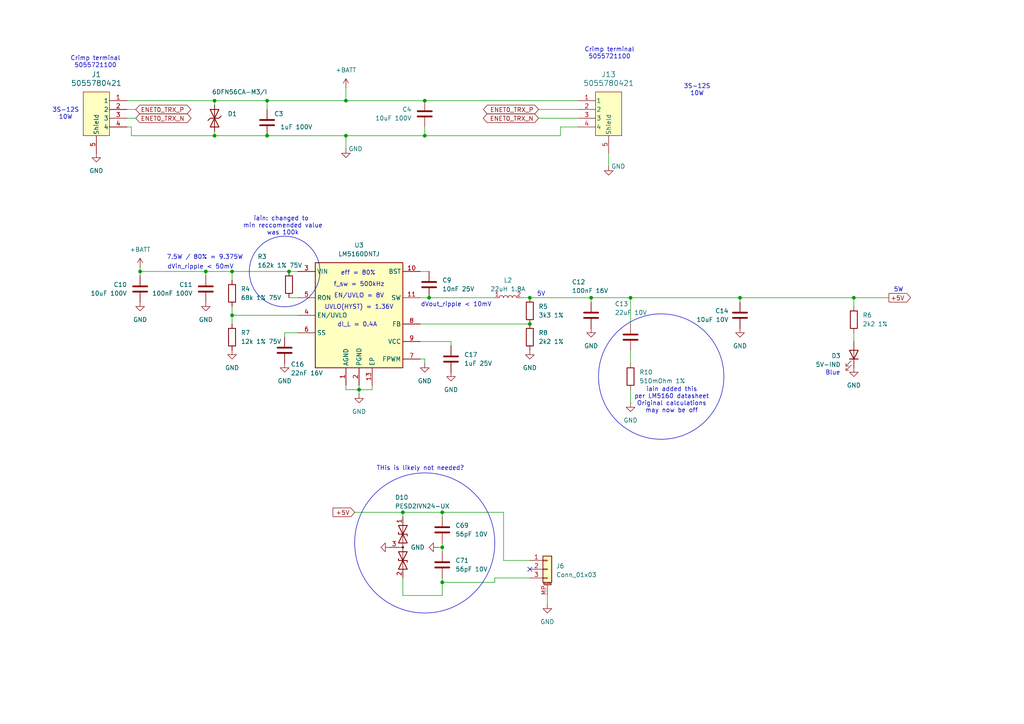
<source format=kicad_sch>
(kicad_sch (version 20250114) (generator "eeschema") (generator_version "9.0")
  (paper "A4")
  (title_block (title "MR-T1-PAE Injector") (date "2025-08-28") (rev "X0") (company "NXP SEMICONDUCTORS B.V.") (comment 1 "Power Adjacent Ethernet Injector") (comment 3 "DESIGNER: Iain Galloway, Ref:Youri Tils") (comment 4 "CTO SYSTEM INNOVATIONS / MOBILE ROBOTICS DOMAIN"))
  (lib_symbols
    (symbol "Connector_Generic_MountingPin:Conn_01x03_MountingPin" (pin_names (offset 1.016) (hide yes))
      (property "Reference" "J" (at 0 5.08 0))
      (property "Value" "Conn_01x03_MountingPin" (at 1.27 -5.08 0))
      (symbol "Conn_01x03_MountingPin_1_1"
        (rectangle (start -1.27 3.81) (end 1.27 -3.81) (stroke (width 0.254)) (fill (type background)))
        (rectangle (start -1.27 2.667) (end 0 2.413) (stroke (width 0.1524)))
        (rectangle (start -1.27 0.127) (end 0 -0.127) (stroke (width 0.1524)))
        (rectangle (start -1.27 -2.413) (end 0 -2.667) (stroke (width 0.1524)))
        (polyline (pts (xy -1.016 -4.572) (xy 1.016 -4.572)) (stroke (width 0.1524)))
        (text "Mounting" (at 0 -4.191 0) (effects (font (size 0.381 0.381))))
        (pin passive line (at -5.08 2.54 0) (length 3.81) (name "Pin_1") (number "1"))
        (pin passive line (at -5.08 0 0) (length 3.81) (name "Pin_2") (number "2"))
        (pin passive line (at -5.08 -2.54 0) (length 3.81) (name "Pin_3") (number "3"))
        (pin passive line (at 0 -7.62 90) (length 3.048) (name "MountPin") (number "MP"))
      )
    )
    (symbol "Connectors:5055780421" (pin_names (offset 0.254))
      (property "Reference" "J" (at 2.286 6.35 0))
      (property "Value" "5055780421" (at 8.89 4.064 0))
      (symbol "5055780421_1_1"
        (rectangle (start 5.08 2.54) (end 12.7 -10.16) (fill (type background)))
        (pin passive line (at 0 0 0) (length 5.08) (name "1") (number "1"))
        (pin passive line (at 0 -2.54 0) (length 5.08) (name "2") (number "2"))
        (pin passive line (at 0 -5.08 0) (length 5.08) (name "3") (number "3"))
        (pin passive line (at 0 -7.62 0) (length 5.08) (name "4") (number "4"))
        (pin passive line (at 8.89 -15.24 90) (length 5.08) (name "Shield") (number "5"))
        (pin passive line (at 8.89 -15.24 90) (length 5.08) (hide yes) (name "Shield") (number "6"))
      )
      (symbol "5055780421_1_2"
        (polyline (pts (xy 5.08 2.54) (xy 5.08 -10.16)) (stroke (width 0.127)))
        (polyline (pts (xy 5.08 -10.16) (xy 12.7 -10.16)) (stroke (width 0.127)))
        (polyline (pts (xy 7.62 0) (xy 5.08 0)) (stroke (width 0.127)))
        (polyline (pts (xy 7.62 0) (xy 8.89 0.8467)) (stroke (width 0.127)))
        (polyline (pts (xy 7.62 0) (xy 8.89 -0.8467)) (stroke (width 0.127)))
        (polyline (pts (xy 7.62 -2.54) (xy 5.08 -2.54)) (stroke (width 0.127)))
        (polyline (pts (xy 7.62 -2.54) (xy 8.89 -1.6933)) (stroke (width 0.127)))
        (polyline (pts (xy 7.62 -2.54) (xy 8.89 -3.3867)) (stroke (width 0.127)))
        (polyline (pts (xy 7.62 -5.08) (xy 5.08 -5.08)) (stroke (width 0.127)))
        (polyline (pts (xy 7.62 -5.08) (xy 8.89 -4.2333)) (stroke (width 0.127)))
        (polyline (pts (xy 7.62 -5.08) (xy 8.89 -5.9267)) (stroke (width 0.127)))
        (polyline (pts (xy 7.62 -7.62) (xy 5.08 -7.62)) (stroke (width 0.127)))
        (polyline (pts (xy 7.62 -7.62) (xy 8.89 -6.7733)) (stroke (width 0.127)))
        (polyline (pts (xy 7.62 -7.62) (xy 8.89 -8.4667)) (stroke (width 0.127)))
        (polyline (pts (xy 12.7 2.54) (xy 5.08 2.54)) (stroke (width 0.127)))
        (polyline (pts (xy 12.7 -10.16) (xy 12.7 2.54)) (stroke (width 0.127)))
        (pin unspecified line (at 0 0 0) (length 5.08) (name "1") (number "1"))
        (pin unspecified line (at 0 -2.54 0) (length 5.08) (name "2") (number "2"))
        (pin unspecified line (at 0 -5.08 0) (length 5.08) (name "3") (number "3"))
        (pin unspecified line (at 0 -7.62 0) (length 5.08) (name "4") (number "4"))
      )
    )
    (symbol "Device:C" (pin_numbers (hide yes)) (pin_names (offset 0.254))
      (property "Reference" "C" (at 0.635 2.54 0))
      (property "Value" "C" (at 0.635 -2.54 0))
      (symbol "C_0_1"
        (polyline (pts (xy -2.032 0.762) (xy 2.032 0.762)) (stroke (width 0.508)))
        (polyline (pts (xy -2.032 -0.762) (xy 2.032 -0.762)) (stroke (width 0.508)))
      )
      (symbol "C_1_1"
        (pin passive line (at 0 3.81 270) (length 2.794) (name "~") (number "1"))
        (pin passive line (at 0 -3.81 90) (length 2.794) (name "~") (number "2"))
      )
    )
    (symbol "Device:LED" (pin_numbers (hide yes)) (pin_names (offset 1.016) (hide yes))
      (property "Reference" "D" (at 0 2.54 0))
      (property "Value" "LED" (at 0 -2.54 0))
      (symbol "LED_0_1"
        (polyline (pts (xy -3.048 -0.762) (xy -4.572 -2.286) (xy -3.81 -2.286) (xy -4.572 -2.286) (xy -4.572 -1.524)))
        (polyline (pts (xy -1.778 -0.762) (xy -3.302 -2.286) (xy -2.54 -2.286) (xy -3.302 -2.286) (xy -3.302 -1.524)))
        (polyline (pts (xy -1.27 0) (xy 1.27 0)))
        (polyline (pts (xy -1.27 -1.27) (xy -1.27 1.27)) (stroke (width 0.254)))
        (polyline (pts (xy 1.27 -1.27) (xy 1.27 1.27) (xy -1.27 0) (xy 1.27 -1.27)) (stroke (width 0.254)))
      )
      (symbol "LED_1_1"
        (pin passive line (at -3.81 0 0) (length 2.54) (name "K") (number "1"))
        (pin passive line (at 3.81 0 180) (length 2.54) (name "A") (number "2"))
      )
    )
    (symbol "Device:R" (pin_numbers (hide yes)) (pin_names (offset 0))
      (property "Reference" "R" (at 2.032 0 90))
      (property "Value" "R" (at 0 0 90))
      (symbol "R_0_1"
        (rectangle (start -1.016 -2.54) (end 1.016 2.54) (stroke (width 0.254)))
      )
      (symbol "R_1_1"
        (pin passive line (at 0 3.81 270) (length 1.27) (name "~") (number "1"))
        (pin passive line (at 0 -3.81 90) (length 1.27) (name "~") (number "2"))
      )
    )
    (symbol "Diodes:PESD2IVN24-UX" (pin_names (hide yes))
      (property "Reference" "D" (at 0.762 6.35 0))
      (property "Value" "PESD2IVN24-UX" (at 0.762 3.81 0))
      (symbol "PESD2IVN24-UX_0_0"
        (polyline (pts (xy 8.89 -1.27) (xy 8.89 0)))
      )
      (symbol "PESD2IVN24-UX_0_1"
        (polyline (pts (xy 2.54 1.27) (xy 7.62 -1.27) (xy 7.62 1.27) (xy 2.54 -1.27) (xy 2.54 1.27)) (stroke (width 0.254)))
        (polyline (pts (xy 2.54 0) (xy 15.24 0)))
        (polyline (pts (xy 5.588 1.27) (xy 5.08 1.27) (xy 5.08 -1.27) (xy 4.572 -1.27)) (stroke (width 0.254)))
        (circle (center 8.89 0) (radius 0.254) (fill (type outline)))
        (polyline (pts (xy 13.208 1.27) (xy 12.7 1.27) (xy 12.7 -1.27) (xy 12.192 -1.27)) (stroke (width 0.254)))
        (polyline (pts (xy 15.24 1.27) (xy 10.16 -1.27) (xy 10.16 1.27) (xy 15.24 -1.27) (xy 15.24 1.27)) (stroke (width 0.254)))
      )
      (symbol "PESD2IVN24-UX_1_1"
        (pin passive line (at 0 0 0) (length 2.54) (name "A1") (number "1"))
        (pin passive line (at 8.89 -3.81 90) (length 2.54) (name "common") (number "3"))
        (pin passive line (at 17.78 0 180) (length 2.54) (name "A2") (number "2"))
      )
    )
    (symbol "Diodes:TVS-Bi,SMAJ43CA" (pin_numbers (hide yes)) (pin_names (offset 0))
      (property "Reference" "D" (at 2.032 0.834 0))
      (property "Value" "6DFN62CA-M3/I" (at 2.032 -1.2122 0))
      (symbol "TVS-Bi,SMAJ43CA_0_1"
        (polyline (pts (xy -1.905 -0.635) (xy -1.27 0) (xy 1.27 0) (xy 1.905 0.635)) (stroke (width 0.254)))
        (polyline (pts (xy -1.27 2.54) (xy 0 0) (xy 1.27 2.54) (xy -1.27 2.54)) (stroke (width 0.254)))
        (polyline (pts (xy 1.27 -2.54) (xy 0 0) (xy -1.27 -2.54) (xy 1.27 -2.54)) (stroke (width 0.254)))
      )
      (symbol "TVS-Bi,SMAJ43CA_1_1"
        (pin passive line (at 0 3.81 270) (length 3.81) (name "~") (number "2"))
        (pin passive line (at 0 -3.81 90) (length 3.81) (name "~") (number "1"))
      )
    )
    (symbol "Inductors:VLS5045EX-330M-H" (pin_names (hide yes))
      (property "Reference" "L" (at 1.27 5.588 0))
      (property "Value" "VLS5045EX-330M-H" (at 1.27 3.048 0))
      (symbol "VLS5045EX-330M-H_0_1"
        (arc (start 0 6.35) (mid 0.6323 5.715) (end 0 5.08))
        (arc (start 0 5.08) (mid 0.6323 4.445) (end 0 3.81))
        (arc (start 0 3.81) (mid 0.6323 3.175) (end 0 2.54))
        (arc (start 0 2.54) (mid 0.6323 1.905) (end 0 1.27))
      )
      (symbol "VLS5045EX-330M-H_1_1"
        (pin passive line (at 0 7.62 270) (length 1.27) (name "1") (number "1"))
        (pin passive line (at 0 0 90) (length 1.27) (name "2") (number "2"))
      )
    )
    (symbol "Power:LM5160DNTJ"
      (property "Reference" "U" (at 5.334 7.62 0))
      (property "Value" "LM5160DNTJ" (at 5.334 5.08 0))
      (symbol "LM5160DNTJ_1_1"
        (rectangle (start 5.08 2.54) (end 30.48 -27.94) (stroke (width 0.254)) (fill (type background)))
        (pin passive line (at 0 0 0) (length 5.08) (name "VIN") (number "3"))
        (pin passive line (at 0 -7.62 0) (length 5.08) (name "RON") (number "5"))
        (pin passive line (at 0 -12.7 0) (length 5.08) (name "EN/UVLO") (number "4"))
        (pin passive line (at 0 -17.78 0) (length 5.08) (name "SS") (number "6"))
        (pin passive line (at 13.97 -33.02 90) (length 5.08) (name "AGND") (number "1"))
        (pin passive line (at 17.78 -33.02 90) (length 5.08) (name "PGND") (number "2"))
        (pin passive line (at 21.59 -33.02 90) (length 5.08) (name "EP") (number "13"))
        (pin passive line (at 35.56 0 180) (length 5.08) (name "BST") (number "10"))
        (pin passive line (at 35.56 -7.62 180) (length 5.08) (name "SW") (number "11"))
        (pin passive line (at 35.56 -7.62 180) (length 5.08) (hide yes) (name "SW") (number "12"))
        (pin passive line (at 35.56 -15.24 180) (length 5.08) (name "FB") (number "8"))
        (pin passive line (at 35.56 -20.32 180) (length 5.08) (name "VCC") (number "9"))
        (pin passive line (at 35.56 -25.4 180) (length 5.08) (name "FPWM") (number "7"))
      )
    )
    (symbol "power:+BATT" (power) (pin_numbers (hide yes)) (pin_names (offset 0) (hide yes))
      (property "Value" "+BATT" (at 0 3.556 0))
      (symbol "+BATT_0_1"
        (polyline (pts (xy -0.762 1.27) (xy 0 2.54)))
        (polyline (pts (xy 0 2.54) (xy 0.762 1.27)))
        (polyline (pts (xy 0 0) (xy 0 2.54)))
      )
      (symbol "+BATT_1_1"
        (pin power_in line (at 0 0 90) (length 0) (name "~") (number "1"))
      )
    )
    (symbol "power:GND" (power) (pin_numbers (hide yes)) (pin_names (offset 0) (hide yes))
      (property "Value" "GND" (at 0 -3.81 0))
      (symbol "GND_0_1"
        (polyline (pts (xy 0 0) (xy 0 -1.27) (xy 1.27 -1.27) (xy 0 -2.54) (xy -1.27 -1.27) (xy 0 -1.27)))
      )
      (symbol "GND_1_1"
        (pin power_in line (at 0 0 270) (length 0) (name "~") (number "1"))
      )
    )
  )
  (circle (center 191.77 109.22) (radius 18.1836))
  (circle (center 82.55 78.74) (radius 10.2391))
  (circle (center 123.19 157.48) (radius 20.32))
  (text "iain added this\nper LM5160 datasheet\nOriginal calculations\nmay now be off" (at 194.818 116.078 0) (effects (font (size 1.27 1.27))))
  (text "Crimp terminal\n5055721100" (at 176.784 15.494 0) (effects (font (size 1.27 1.27))))
  (text "dI_L = 0.4A" (at 103.632 94.234 0) (effects (font (size 1.27 1.27))))
  (text "3S-12S\n10W" (at 202.184 26.162 0) (effects (font (size 1.27 1.27))))
  (text "7.5W / 80% = 9.375W" (at 59.436 74.676 0) (effects (font (size 1.27 1.27))))
  (text "EN/UVLO = 8V" (at 104.14 85.852 0) (effects (font (size 1.27 1.27))))
  (text "iain: changed to \nmin reccomended value\nwas 100k" (at 82.042 65.532 0) (effects (font (size 1.27 1.27))))
  (text "5V" (at 156.972 85.344 0) (effects (font (size 1.27 1.27))))
  (text "5W " (at 261.112 84.074 0) (effects (font (size 1.27 1.27))))
  (text "Blue" (at 241.554 108.204 0) (effects (font (size 1.27 1.27))))
  (text "eff = 80%" (at 103.886 79.248 0) (effects (font (size 1.27 1.27))))
  (text "THis is likely not needed?" (at 121.92 135.89 0) (effects (font (size 1.27 1.27))))
  (text "Crimp terminal\n5055721100" (at 27.686 18.034 0) (effects (font (size 1.27 1.27))))
  (text "dVout_ripple < 10mV" (at 132.334 88.392 0) (effects (font (size 1.27 1.27))))
  (text "UVLO(HYST) = 1.36V" (at 104.14 89.154 0) (effects (font (size 1.27 1.27))))
  (text "3S-12S\n10W" (at 19.05 33.02 0) (effects (font (size 1.27 1.27))))
  (text "dVin_ripple < 50mV" (at 58.166 77.47 0) (effects (font (size 1.27 1.27))))
  (text "f_sw = 500kHz" (at 104.14 82.55 0) (effects (font (size 1.27 1.27))))
  (junction (at 40.64 78.74))
  (junction (at 123.19 39.37))
  (junction (at 153.67 86.36))
  (junction (at 104.14 113.03))
  (junction (at 128.27 148.59))
  (junction (at 67.31 78.74))
  (junction (at 100.33 39.37))
  (junction (at 153.67 93.98))
  (junction (at 128.27 168.91))
  (junction (at 116.84 148.59))
  (junction (at 83.82 78.74))
  (junction (at 182.88 86.36))
  (junction (at 247.65 86.36))
  (junction (at 128.27 158.75))
  (junction (at 62.23 29.21))
  (junction (at 123.19 29.21))
  (junction (at 124.46 86.36))
  (junction (at 214.63 86.36))
  (junction (at 77.47 29.21))
  (junction (at 67.31 91.44))
  (junction (at 100.33 29.21))
  (junction (at 171.45 86.36))
  (junction (at 62.23 39.37))
  (junction (at 77.47 39.37))
  (junction (at 59.69 78.74))
  (no_connect (at 153.67 165.1))
  (wire (pts (xy 121.92 93.98) (xy 153.67 93.98)))
  (wire (pts (xy 171.45 87.63) (xy 171.45 86.36)))
  (wire (pts (xy 143.51 168.91) (xy 128.27 168.91)))
  (wire (pts (xy 130.81 100.33) (xy 130.81 99.06)))
  (wire (pts (xy 100.33 25.4) (xy 100.33 29.21)))
  (wire (pts (xy 123.19 39.37) (xy 162.56 39.37)))
  (wire (pts (xy 182.88 116.84) (xy 182.88 113.03)))
  (wire (pts (xy 104.14 113.03) (xy 107.95 113.03)))
  (wire (pts (xy 214.63 86.36) (xy 247.65 86.36)))
  (wire (pts (xy 128.27 148.59) (xy 116.84 148.59)))
  (wire (pts (xy 128.27 172.72) (xy 128.27 168.91)))
  (wire (pts (xy 128.27 157.48) (xy 128.27 158.75)))
  (wire (pts (xy 158.75 172.72) (xy 158.75 175.26)))
  (wire (pts (xy 124.46 86.36) (xy 143.51 86.36)))
  (wire (pts (xy 40.64 77.47) (xy 40.64 78.74)))
  (wire (pts (xy 100.33 29.21) (xy 123.19 29.21)))
  (wire (pts (xy 77.47 31.75) (xy 77.47 29.21)))
  (wire (pts (xy 104.14 113.03) (xy 104.14 114.3)))
  (wire (pts (xy 128.27 158.75) (xy 128.27 160.02)))
  (wire (pts (xy 62.23 29.21) (xy 62.23 30.48)))
  (wire (pts (xy 83.82 78.74) (xy 86.36 78.74)))
  (wire (pts (xy 153.67 86.36) (xy 171.45 86.36)))
  (wire (pts (xy 100.33 113.03) (xy 104.14 113.03)))
  (wire (pts (xy 130.81 99.06) (xy 121.92 99.06)))
  (wire (pts (xy 83.82 86.36) (xy 86.36 86.36)))
  (wire (pts (xy 107.95 111.76) (xy 107.95 113.03)))
  (wire (pts (xy 214.63 86.36) (xy 214.63 87.63)))
  (wire (pts (xy 62.23 29.21) (xy 77.47 29.21)))
  (wire (pts (xy 182.88 105.41) (xy 182.88 101.6)))
  (wire (pts (xy 102.87 148.59) (xy 116.84 148.59)))
  (wire (pts (xy 121.92 86.36) (xy 124.46 86.36)))
  (wire (pts (xy 67.31 81.28) (xy 67.31 78.74)))
  (wire (pts (xy 38.1 36.83) (xy 36.83 36.83)))
  (wire (pts (xy 62.23 38.1) (xy 62.23 39.37)))
  (wire (pts (xy 123.19 39.37) (xy 123.19 36.83)))
  (wire (pts (xy 123.19 104.14) (xy 121.92 104.14)))
  (wire (pts (xy 116.84 172.72) (xy 128.27 172.72)))
  (wire (pts (xy 182.88 86.36) (xy 214.63 86.36)))
  (wire (pts (xy 67.31 91.44) (xy 67.31 93.98)))
  (wire (pts (xy 127 158.75) (xy 128.27 158.75)))
  (wire (pts (xy 156.21 34.29) (xy 167.64 34.29)))
  (wire (pts (xy 39.37 31.75) (xy 36.83 31.75)))
  (wire (pts (xy 40.64 78.74) (xy 59.69 78.74)))
  (wire (pts (xy 128.27 149.86) (xy 128.27 148.59)))
  (wire (pts (xy 176.53 48.26) (xy 176.53 44.45)))
  (wire (pts (xy 100.33 39.37) (xy 123.19 39.37)))
  (wire (pts (xy 247.65 86.36) (xy 257.81 86.36)))
  (wire (pts (xy 104.14 111.76) (xy 104.14 113.03)))
  (wire (pts (xy 128.27 148.59) (xy 146.05 148.59)))
  (wire (pts (xy 143.51 167.64) (xy 143.51 168.91)))
  (wire (pts (xy 62.23 39.37) (xy 77.47 39.37)))
  (wire (pts (xy 182.88 86.36) (xy 182.88 93.98)))
  (wire (pts (xy 121.92 78.74) (xy 124.46 78.74)))
  (wire (pts (xy 40.64 78.74) (xy 40.64 80.01)))
  (wire (pts (xy 77.47 39.37) (xy 100.33 39.37)))
  (wire (pts (xy 82.55 96.52) (xy 86.36 96.52)))
  (wire (pts (xy 67.31 91.44) (xy 67.31 88.9)))
  (wire (pts (xy 100.33 113.03) (xy 100.33 111.76)))
  (wire (pts (xy 151.13 86.36) (xy 153.67 86.36)))
  (wire (pts (xy 39.37 34.29) (xy 36.83 34.29)))
  (wire (pts (xy 116.84 149.86) (xy 116.84 148.59)))
  (wire (pts (xy 38.1 39.37) (xy 62.23 39.37)))
  (wire (pts (xy 123.19 105.41) (xy 123.19 104.14)))
  (wire (pts (xy 67.31 91.44) (xy 86.36 91.44)))
  (wire (pts (xy 67.31 78.74) (xy 83.82 78.74)))
  (wire (pts (xy 146.05 162.56) (xy 146.05 148.59)))
  (wire (pts (xy 171.45 86.36) (xy 182.88 86.36)))
  (wire (pts (xy 247.65 88.9) (xy 247.65 86.36)))
  (wire (pts (xy 247.65 96.52) (xy 247.65 99.06)))
  (wire (pts (xy 156.21 31.75) (xy 167.64 31.75)))
  (wire (pts (xy 100.33 43.18) (xy 100.33 39.37)))
  (wire (pts (xy 162.56 36.83) (xy 167.64 36.83)))
  (wire (pts (xy 36.83 29.21) (xy 62.23 29.21)))
  (wire (pts (xy 38.1 36.83) (xy 38.1 39.37)))
  (wire (pts (xy 59.69 78.74) (xy 59.69 80.01)))
  (wire (pts (xy 77.47 29.21) (xy 100.33 29.21)))
  (wire (pts (xy 128.27 168.91) (xy 128.27 167.64)))
  (wire (pts (xy 116.84 167.64) (xy 116.84 172.72)))
  (wire (pts (xy 82.55 97.79) (xy 82.55 96.52)))
  (wire (pts (xy 153.67 162.56) (xy 146.05 162.56)))
  (wire (pts (xy 59.69 78.74) (xy 67.31 78.74)))
  (wire (pts (xy 123.19 29.21) (xy 167.64 29.21)))
  (wire (pts (xy 143.51 167.64) (xy 153.67 167.64)))
  (wire (pts (xy 162.56 39.37) (xy 162.56 36.83)))
  (global_label "+5V" (shape input) (at 102.87 148.59 180) (property "Intersheetrefs" "${INTERSHEET_REFS}" (at 96.0143 148.59 0) (effects (justify right))))
  (global_label "ENET0_TRX_P" (shape bidirectional) (at 156.21 31.75 180) (property "Intersheetrefs" "${INTERSHEET_REFS}" (at 139.6556 31.75 0) (effects (justify right))))
  (global_label "ENET0_TRX_N" (shape bidirectional) (at 39.37 34.29 0) (property "Intersheetrefs" "${INTERSHEET_REFS}" (at 55.9849 34.29 0) (effects (justify left))))
  (global_label "ENET0_TRX_P" (shape bidirectional) (at 39.37 31.75 0) (property "Intersheetrefs" "${INTERSHEET_REFS}" (at 55.9244 31.75 0) (effects (justify left))))
  (global_label "+5V" (shape output) (at 257.81 86.36 0) (property "Intersheetrefs" "${INTERSHEET_REFS}" (at 264.6657 86.36 0) (effects (justify left))))
  (global_label "ENET0_TRX_N" (shape bidirectional) (at 156.21 34.29 180) (property "Intersheetrefs" "${INTERSHEET_REFS}" (at 139.5951 34.29 0) (effects (justify right))))
  (symbol (lib_id "power:+BATT") (at 100.33 25.4 0) (unit 1)
    (property "Reference" "#PWR017" (effects (hide yes)))
    (property "Value" "+BATT" (at 100.33 20.32 0))
    (property "Description" "Power symbol creates a global label with name \"+BATT\"" (effects (hide yes)))
  )
  (symbol (lib_id "power:GND") (at 59.69 87.63 0) (unit 1)
    (property "Reference" "#PWR019" (effects (hide yes)))
    (property "Value" "GND" (at 59.69 92.71 0))
    (property "Description" "Power symbol creates a global label with name \"GND\" , ground" (effects (hide yes)))
  )
  (symbol (lib_id "Device:R") (at 83.82 82.55 0) (unit 1)
    (property "Reference" "R3" (at 74.676 74.422 0) (effects (justify left)))
    (property "Value" "162k 1% 75V" (at 74.676 76.962 0) (effects (justify left)))
    (property "Footprint" "Resistor_SMD:R_0603_1608Metric" (effects (hide yes)))
    (property "Description" "Resistor" (effects (hide yes)))
    (property "MF" "YAGEO" (effects (hide yes)))
    (property "MFPN" "AC0603FR-07100KL" (effects (hide yes)))
    (property "DigiKey" "311-100KLDCT-ND" (effects (hide yes)))
    (property "JLCPCB" "C116674" (effects (hide yes)))
  )
  (symbol (lib_id "Device:R") (at 247.65 92.71 0) (unit 1)
    (property "Reference" "R6" (at 250.19 91.4399 0) (effects (justify left)))
    (property "Value" "2k2 1%" (at 250.19 93.9799 0) (effects (justify left)))
    (property "Footprint" "Resistor_SMD:R_0402_1005Metric" (effects (hide yes)))
    (property "Description" "Resistor" (effects (hide yes)))
    (property "MF" "YAGEO" (effects (hide yes)))
    (property "MFPN" "AC0402FR-072K2L" (effects (hide yes)))
    (property "DigiKey" "YAG3467CT-ND" (effects (hide yes)))
    (property "JLCPCB" "C144773" (effects (hide yes)))
  )
  (symbol (lib_id "power:GND") (at 214.63 95.25 0) (unit 1)
    (property "Reference" "#PWR022" (effects (hide yes)))
    (property "Value" "GND" (at 214.63 100.33 0))
    (property "Description" "Power symbol creates a global label with name \"GND\" , ground" (effects (hide yes)))
  )
  (symbol (lib_id "power:GND") (at 104.14 114.3 0) (unit 1)
    (property "Reference" "#PWR030" (effects (hide yes)))
    (property "Value" "GND" (at 104.14 119.38 0))
    (property "Description" "Power symbol creates a global label with name \"GND\" , ground" (effects (hide yes)))
  )
  (symbol (lib_id "Diodes:TVS-Bi,SMAJ43CA") (at 62.23 34.29 0) (unit 1)
    (property "Reference" "D1" (at 66.04 33.0199 0) (effects (justify left)))
    (property "Value" "6DFN56CA-M3/I" (at 61.468 26.67 0) (effects (justify left)))
    (property "Footprint" "Diodes:DFN3820A" (effects (hide yes)))
    (property "Datasheet" "https://www.vishay.com/docs/98490/6dfn12cathru6dfn100ca.pdf" (effects (hide yes)))
    (property "Description" "TVS DIODE 47.8VWM 77VC DFN3820A" (effects (hide yes)))
    (property "MF" "Vishay" (effects (hide yes)))
    (property "MFPN" "6DFN56CA-M3/I" (effects (hide yes)))
    (property "DigiKey" "112-6DFN56CA-M3/ICT-ND" (effects (hide yes)))
    (property "JLCPCB" "-" (effects (hide yes)))
  )
  (symbol (lib_id "Device:R") (at 153.67 97.79 0) (unit 1)
    (property "Reference" "R8" (at 156.21 96.5199 0) (effects (justify left)))
    (property "Value" "2k2 1%" (at 156.21 99.0599 0) (effects (justify left)))
    (property "Footprint" "Resistor_SMD:R_0402_1005Metric" (effects (hide yes)))
    (property "Description" "Resistor" (effects (hide yes)))
    (property "MF" "YAGEO" (effects (hide yes)))
    (property "MFPN" "AC0402FR-072K2L" (effects (hide yes)))
    (property "DigiKey" "YAG3467CT-ND" (effects (hide yes)))
    (property "JLCPCB" "C144773" (effects (hide yes)))
  )
  (symbol (lib_id "Device:LED") (at 247.65 102.87 270) (mirror x) (unit 1)
    (property "Reference" "D3" (at 243.84 103.1874 90) (effects (justify right)))
    (property "Value" "5V-IND" (at 243.84 105.7274 90) (effects (justify right)))
    (property "Footprint" "LED_SMD:LED_0402_1005Metric" (effects (hide yes)))
    (property "Description" "Light emitting diode" (effects (hide yes)))
    (property "MF" "Kingbright" (effects (hide yes)))
    (property "MFPN" "APHHS1005QBC/D" (effects (hide yes)))
    (property "DigiKey" "754-1504-1-ND" (effects (hide yes)))
    (property "JLCPCB" "C2853064" (effects (hide yes)))
  )
  (symbol (lib_id "power:GND") (at 100.33 43.18 0) (unit 1)
    (property "Reference" "#PWR02" (effects (hide yes)))
    (property "Value" "GND" (at 103.124 43.18 0))
    (property "Description" "Power symbol creates a global label with name \"GND\" , ground" (effects (hide yes)))
  )
  (symbol (lib_id "Device:C") (at 77.47 35.56 180) (unit 1)
    (property "Reference" "C3" (at 79.502 33.02 0) (effects (justify right)))
    (property "Value" "1uF 100V" (at 81.28 36.8299 0) (effects (justify right)))
    (property "Footprint" "Capacitor_SMD:C_0603_1608Metric" (effects (hide yes)))
    (property "Description" "Unpolarized capacitor" (effects (hide yes)))
    (property "MF" "YAGEO" (effects (hide yes)))
    (property "MFPN" "CC0603KRX7R0BB223" (effects (hide yes)))
    (property "JLCPCB" "C313105" (effects (hide yes)))
    (property "DigiKey" "311-1792-1-ND " (effects (hide yes)))
  )
  (symbol (lib_id "Device:C") (at 40.64 83.82 0) (mirror x) (unit 1)
    (property "Reference" "C10" (at 36.83 82.5499 0) (effects (justify right)))
    (property "Value" "10uF 100V" (at 36.83 85.0899 0) (effects (justify right)))
    (property "Footprint" "Capacitor_SMD:C_1210_3225Metric" (effects (hide yes)))
    (property "Description" "Unpolarized capacitor" (effects (hide yes)))
    (property "MF" "Murata Electronics" (effects (hide yes)))
    (property "MFPN" "GRM32EC72A106KE05L" (effects (hide yes)))
    (property "DigiKey" "490-16266-1-ND" (effects (hide yes)))
    (property "JLCPCB" "C576517" (effects (hide yes)))
  )
  (symbol (lib_id "power:GND") (at 182.88 116.84 0) (unit 1)
    (property "Reference" "#PWR021" (effects (hide yes)))
    (property "Value" "GND" (at 182.88 121.92 0))
    (property "Description" "Power symbol creates a global label with name \"GND\" , ground" (effects (hide yes)))
  )
  (symbol (lib_id "Device:C") (at 128.27 163.83 0) (unit 1)
    (property "Reference" "C71" (at 132.08 162.5599 0) (effects (justify left)))
    (property "Value" "56pF 10V" (at 132.08 165.0999 0) (effects (justify left)))
    (property "Footprint" "Capacitor_SMD:C_0402_1005Metric" (effects (hide yes)))
    (property "Description" "Unpolarized capacitor" (effects (hide yes)))
    (property "MF" "YAGEO" (effects (hide yes)))
    (property "MFPN" "CC0402JRNPO9BN560" (effects (hide yes)))
    (property "JLCPCB" "C107007 " (effects (hide yes)))
    (property "DigiKey" "311-1022-1-ND " (effects (hide yes)))
  )
  (symbol (lib_id "Device:R") (at 182.88 109.22 0) (unit 1)
    (property "Reference" "R10" (at 185.42 107.9499 0) (effects (justify left)))
    (property "Value" "510mOhm 1%" (at 185.42 110.4899 0) (effects (justify left)))
    (property "Footprint" "Resistor_SMD:R_0402_1005Metric" (effects (hide yes)))
    (property "Description" "Resistor" (effects (hide yes)))
    (property "MF" "YAGEO" (effects (hide yes)))
    (property "MFPN" "AC0402FR-072K2L" (effects (hide yes)))
    (property "DigiKey" "YAG3467CT-ND" (effects (hide yes)))
    (property "JLCPCB" "C144773" (effects (hide yes)))
  )
  (symbol (lib_id "power:GND") (at 176.53 48.26 0) (unit 1)
    (property "Reference" "#PWR03" (effects (hide yes)))
    (property "Value" "GND" (at 179.324 48.26 0))
    (property "Description" "Power symbol creates a global label with name \"GND\" , ground" (effects (hide yes)))
  )
  (symbol (lib_id "power:GND") (at 153.67 101.6 0) (unit 1)
    (property "Reference" "#PWR025" (effects (hide yes)))
    (property "Value" "GND" (at 153.67 106.68 0))
    (property "Description" "Power symbol creates a global label with name \"GND\" , ground" (effects (hide yes)))
  )
  (symbol (lib_id "Device:C") (at 128.27 153.67 0) (unit 1)
    (property "Reference" "C69" (at 132.08 152.3999 0) (effects (justify left)))
    (property "Value" "56pF 10V" (at 132.08 154.9399 0) (effects (justify left)))
    (property "Footprint" "Capacitor_SMD:C_0402_1005Metric" (effects (hide yes)))
    (property "Description" "Unpolarized capacitor" (effects (hide yes)))
    (property "MF" "YAGEO" (effects (hide yes)))
    (property "MFPN" "CC0402JRNPO9BN560" (effects (hide yes)))
    (property "JLCPCB" "C107007 " (effects (hide yes)))
    (property "DigiKey" "311-1022-1-ND " (effects (hide yes)))
  )
  (symbol (lib_id "power:GND") (at 27.94 44.45 0) (unit 1)
    (property "Reference" "#PWR06" (effects (hide yes)))
    (property "Value" "GND" (at 27.94 49.53 0))
    (property "Description" "Power symbol creates a global label with name \"GND\" , ground" (effects (hide yes)))
  )
  (symbol (lib_id "Inductors:VLS5045EX-330M-H") (at 151.13 86.36 90) (unit 1)
    (property "Reference" "L2" (at 147.32 81.28 90))
    (property "Value" "22uH 1.8A" (at 147.32 83.82 90))
    (property "Footprint" "Inductors:VLS5045EX330M" (effects (hide yes)))
    (property "Datasheet" "https://product.tdk.com/system/files/dam/doc/product/inductor/inductor/smd/catalog/inductor_automotive_power_vls5045ex-h_en.pdf" (effects (hide yes)))
    (property "Description" "FIXED IND 22UH 1.8A 162.5MOHM SM" (effects (hide yes)))
    (property "MF" "TDK Corporation" (effects (hide yes)))
    (property "MFPN" "VLS5045EX-220M-H" (effects (hide yes)))
    (property "DigiKey" "445-181623-1-ND" (effects (hide yes)))
    (property "JLCPCB" "-" (effects (hide yes)))
  )
  (symbol (lib_id "power:GND") (at 82.55 105.41 0) (unit 1)
    (property "Reference" "#PWR026" (effects (hide yes)))
    (property "Value" "GND" (at 82.55 110.49 0))
    (property "Description" "Power symbol creates a global label with name \"GND\" , ground" (effects (hide yes)))
  )
  (symbol (lib_id "Device:C") (at 123.19 33.02 0) (mirror x) (unit 1)
    (property "Reference" "C4" (at 119.38 31.7499 0) (effects (justify right)))
    (property "Value" "10uF 100V" (at 119.38 34.2899 0) (effects (justify right)))
    (property "Footprint" "Capacitor_SMD:C_1210_3225Metric" (effects (hide yes)))
    (property "Description" "Unpolarized capacitor" (effects (hide yes)))
    (property "MF" "Murata Electronics" (effects (hide yes)))
    (property "MFPN" "GRM32EC72A106KE05L" (effects (hide yes)))
    (property "DigiKey" "490-16266-1-ND" (effects (hide yes)))
    (property "JLCPCB" "C576517" (effects (hide yes)))
  )
  (symbol (lib_id "power:GND") (at 67.31 101.6 0) (unit 1)
    (property "Reference" "#PWR024" (effects (hide yes)))
    (property "Value" "GND" (at 67.31 106.68 0))
    (property "Description" "Power symbol creates a global label with name \"GND\" , ground" (effects (hide yes)))
  )
  (symbol (lib_id "Device:R") (at 67.31 85.09 0) (unit 1)
    (property "Reference" "R4" (at 69.85 83.8199 0) (effects (justify left)))
    (property "Value" "68k 1% 75V" (at 69.85 86.3599 0) (effects (justify left)))
    (property "Footprint" "Resistor_SMD:R_0603_1608Metric" (effects (hide yes)))
    (property "Description" "Resistor" (effects (hide yes)))
    (property "MF" "YAGEO" (effects (hide yes)))
    (property "MFPN" "AC0603FR-0768KL" (effects (hide yes)))
    (property "DigiKey" "YAG3625CT-ND" (effects (hide yes)))
    (property "JLCPCB" "C144641" (effects (hide yes)))
  )
  (symbol (lib_id "Connectors:5055780421") (at 167.64 29.21 0) (unit 1)
    (property "Reference" "J13" (at 176.53 21.59 0) (effects (font (size 1.524 1.524))))
    (property "Value" "5055780421" (at 176.53 24.13 0) (effects (font (size 1.524 1.524))))
    (property "Footprint" "Connectors:CONN_5055780421_MOL" (effects (hide yes)))
    (property "Datasheet" "https://www.molex.com/en-us/products/part-detail-pdf/5055780421?display=pdf" (effects (hide yes)))
    (property "Description" "2.00mm Pitch, Micro-Lock Plus PCB Header, Single Row, Right-Angle, Surface Mount, 0.38µm Gold Plating, Positive Lock, 4 Circuits, Low-Halogen, Black" (effects (hide yes)))
    (property "MF" "MOLEX" (effects (hide yes)))
    (property "MFPN" "5055780471" (effects (hide yes)))
    (property "JLCPCB" "C588017" (effects (hide yes)))
    (property "DigiKey" "WM17949CT-ND " (effects (hide yes)))
  )
  (symbol (lib_id "Device:C") (at 130.81 104.14 180) (unit 1)
    (property "Reference" "C17" (at 134.62 102.8699 0) (effects (justify right)))
    (property "Value" "1uF 25V" (at 134.62 105.4099 0) (effects (justify right)))
    (property "Footprint" "Capacitor_SMD:C_0603_1608Metric" (effects (hide yes)))
    (property "Description" "Unpolarized capacitor" (effects (hide yes)))
    (property "MF" "Murata Electronics" (effects (hide yes)))
    (property "MFPN" "GCM188R71E105KA64D" (effects (hide yes)))
    (property "DigiKey" "490-10673-1-ND" (effects (hide yes)))
    (property "JLCPCB" "C85862" (effects (hide yes)))
  )
  (symbol (lib_id "Device:R") (at 67.31 97.79 0) (unit 1)
    (property "Reference" "R7" (at 69.85 96.5199 0) (effects (justify left)))
    (property "Value" "12k 1% 75V" (at 69.85 99.0599 0) (effects (justify left)))
    (property "Footprint" "Resistor_SMD:R_0603_1608Metric" (effects (hide yes)))
    (property "Description" "Resistor" (effects (hide yes)))
    (property "MF" "YAGEO" (effects (hide yes)))
    (property "MFPN" "AC0603FR-0712KL" (effects (hide yes)))
    (property "DigiKey" "YAG3565CT-ND" (effects (hide yes)))
    (property "JLCPCB" "C144702" (effects (hide yes)))
  )
  (symbol (lib_id "Device:R") (at 153.67 90.17 0) (unit 1)
    (property "Reference" "R5" (at 156.21 88.8999 0) (effects (justify left)))
    (property "Value" "3k3 1%" (at 156.21 91.4399 0) (effects (justify left)))
    (property "Footprint" "Resistor_SMD:R_0402_1005Metric" (effects (hide yes)))
    (property "Description" "Resistor" (effects (hide yes)))
    (property "MF" "YAGEO" (effects (hide yes)))
    (property "MFPN" "RC0402FR-073K3L" (effects (hide yes)))
    (property "DigiKey" "311-3.30KLRCT-ND" (effects (hide yes)))
    (property "JLCPCB" "C137992" (effects (hide yes)))
  )
  (symbol (lib_id "Device:C") (at 82.55 101.6 180) (unit 1)
    (property "Reference" "C16" (at 84.328 105.664 0) (effects (justify right)))
    (property "Value" "22nF 16V" (at 84.328 108.204 0) (effects (justify right)))
    (property "Footprint" "Capacitor_SMD:C_0402_1005Metric" (effects (hide yes)))
    (property "Description" "Unpolarized capacitor" (effects (hide yes)))
    (property "MF" "YAGEO" (effects (hide yes)))
    (property "MFPN" "CC0402KRX7R7BB223" (effects (hide yes)))
    (property "JLCPCB" "C107017" (effects (hide yes)))
    (property "DigiKey" "311-1378-1-ND " (effects (hide yes)))
  )
  (symbol (lib_id "power:GND") (at 130.81 107.95 0) (unit 1)
    (property "Reference" "#PWR028" (effects (hide yes)))
    (property "Value" "GND" (at 130.81 113.03 0))
    (property "Description" "Power symbol creates a global label with name \"GND\" , ground" (effects (hide yes)))
  )
  (symbol (lib_id "Diodes:PESD2IVN24-UX") (at 116.84 149.86 270) (unit 1)
    (property "Reference" "D10" (at 114.554 144.272 90) (effects (justify left)))
    (property "Value" "PESD2IVN24-UX" (at 114.554 146.812 90) (effects (justify left)))
    (property "Footprint" "Package_TO_SOT_SMD:SOT-323_SC-70" (effects (hide yes)))
    (property "Datasheet" "https://assets.nexperia.com/documents/data-sheet/PESD2IVN24-U.pdf" (effects (hide yes)))
    (property "Description" "ESD protection for In-vehicle networks SOT323 SC-70 VRWM = 24 V -55C ~ 150C" (effects (hide yes)))
    (property "MF" "Nexperia" (effects (hide yes)))
    (property "MFPN" "PESD2IVN24-UX" (effects (hide yes)))
    (property "JLCPCB" "C552496" (effects (hide yes)))
    (property "DigiKey" "1727-7665-1-ND " (effects (hide yes)))
  )
  (symbol (lib_id "Connectors:5055780421") (at 36.83 29.21 0) (mirror y) (unit 1)
    (property "Reference" "J1" (at 27.94 21.59 0) (effects (font (size 1.524 1.524))))
    (property "Value" "5055780421" (at 27.94 24.13 0) (effects (font (size 1.524 1.524))))
    (property "Footprint" "Connectors:CONN_5055780421_MOL" (effects (hide yes)))
    (property "Datasheet" "https://www.molex.com/en-us/products/part-detail-pdf/5055780421?display=pdf" (effects (hide yes)))
    (property "Description" "2.00mm Pitch, Micro-Lock Plus PCB Header, Single Row, Right-Angle, Surface Mount, 0.38µm Gold Plating, Positive Lock, 4 Circuits, Low-Halogen, Black" (effects (hide yes)))
    (property "MF" "MOLEX" (effects (hide yes)))
    (property "MFPN" "5055780471" (effects (hide yes)))
    (property "JLCPCB" "C588017" (effects (hide yes)))
    (property "DigiKey" "WM17949CT-ND " (effects (hide yes)))
  )
  (symbol (lib_id "power:GND") (at 247.65 106.68 0) (unit 1)
    (property "Reference" "#PWR029" (effects (hide yes)))
    (property "Value" "GND" (at 247.65 111.76 0))
    (property "Description" "Power symbol creates a global label with name \"GND\" , ground" (effects (hide yes)))
  )
  (symbol (lib_id "Power:LM5160DNTJ") (at 86.36 78.74 0) (unit 1)
    (property "Reference" "U3" (at 104.14 71.12 0))
    (property "Value" "LM5160DNTJ" (at 104.14 73.66 0))
    (property "Footprint" "Power:SON50P400X400X100-13N" (effects (hide yes)))
    (property "Datasheet" "http://www.ti.com/lit/ds/symlink/lm5160a.pdf" (effects (hide yes)))
    (property "Description" "LM5160A, LM5160 Wide Input 65-V, 2-A Synchronous Buck / Fly-Buck Converter" (effects (hide yes)))
    (property "MF" "Texas Instruments" (effects (hide yes)))
    (property "MFPN" "LM5160DNTJ" (effects (hide yes)))
    (property "JLCPCB" "C136130" (effects (hide yes)))
    (property "DigiKey" "296-44117-1-ND " (effects (hide yes)))
  )
  (symbol (lib_id "power:+BATT") (at 40.64 77.47 0) (unit 1)
    (property "Reference" "#PWR016" (effects (hide yes)))
    (property "Value" "+BATT" (at 40.64 72.39 0))
    (property "Description" "Power symbol creates a global label with name \"+BATT\"" (effects (hide yes)))
  )
  (symbol (lib_id "power:GND") (at 158.75 175.26 0) (unit 1)
    (property "Reference" "#PWR0142" (effects (hide yes)))
    (property "Value" "GND" (at 158.75 180.34 0))
    (property "Description" "Power symbol creates a global label with name \"GND\" , ground" (effects (hide yes)))
  )
  (symbol (lib_id "power:GND") (at 171.45 95.25 0) (unit 1)
    (property "Reference" "#PWR020" (effects (hide yes)))
    (property "Value" "GND" (at 171.45 100.33 0))
    (property "Description" "Power symbol creates a global label with name \"GND\" , ground" (effects (hide yes)))
  )
  (symbol (lib_id "Device:C") (at 182.88 97.79 180) (unit 1)
    (property "Reference" "C13" (at 178.308 88.138 0) (effects (justify right)))
    (property "Value" "22uF 10V" (at 178.308 90.678 0) (effects (justify right)))
    (property "Footprint" "Capacitor_SMD:C_1206_3216Metric" (effects (hide yes)))
    (property "Description" "Unpolarized capacitor" (effects (hide yes)))
    (property "MF" "Murata Electronics" (effects (hide yes)))
    (property "MFPN" "GRM31CR71A226KE15L" (effects (hide yes)))
    (property "JLCPCB" "C91604" (effects (hide yes)))
    (property "DigiKey" "490-5309-1-ND " (effects (hide yes)))
  )
  (symbol (lib_id "Device:C") (at 59.69 83.82 0) (mirror x) (unit 1)
    (property "Reference" "C11" (at 55.88 82.5499 0) (effects (justify right)))
    (property "Value" "100nF 100V" (at 55.88 85.0899 0) (effects (justify right)))
    (property "Footprint" "Capacitor_SMD:C_0603_1608Metric" (effects (hide yes)))
    (property "Description" "Unpolarized capacitor" (effects (hide yes)))
    (property "MF" "YAGEO" (effects (hide yes)))
    (property "MFPN" "CC0603KRX7R0BB104" (effects (hide yes)))
    (property "JLCPCB" "C113803" (effects (hide yes)))
    (property "DigiKey" "311-1523-1-ND " (effects (hide yes)))
  )
  (symbol (lib_id "power:GND") (at 123.19 105.41 0) (unit 1)
    (property "Reference" "#PWR027" (effects (hide yes)))
    (property "Value" "GND" (at 123.19 110.49 0))
    (property "Description" "Power symbol creates a global label with name \"GND\" , ground" (effects (hide yes)))
  )
  (symbol (lib_id "power:GND") (at 113.03 158.75 270) (unit 1)
    (property "Reference" "#PWR0138" (effects (hide yes)))
    (property "Value" "GND" (effects (hide yes)))
    (property "Description" "Power symbol creates a global label with name \"GND\" , ground" (effects (hide yes)))
  )
  (symbol (lib_id "Device:C") (at 214.63 91.44 180) (unit 1)
    (property "Reference" "C14" (at 211.328 90.17 0) (effects (justify left)))
    (property "Value" "10uF 10V" (at 211.328 92.71 0) (effects (justify left)))
    (property "Footprint" "Capacitor_SMD:C_0805_2012Metric" (effects (hide yes)))
    (property "Description" "Unpolarized capacitor" (effects (hide yes)))
    (property "MF" "Murata Electronics" (effects (hide yes)))
    (property "MFPN" "GRM21BR71A106KA73L" (effects (hide yes)))
    (property "DigiKey" "490-10516-1-ND" (effects (hide yes)))
    (property "JLCPCB" "C117956" (effects (hide yes)))
  )
  (symbol (lib_id "Device:C") (at 124.46 82.55 0) (unit 1)
    (property "Reference" "C9" (at 128.27 81.2799 0) (effects (justify left)))
    (property "Value" "10nF 25V" (at 128.27 83.8199 0) (effects (justify left)))
    (property "Footprint" "Capacitor_SMD:C_0402_1005Metric" (effects (hide yes)))
    (property "Description" "Unpolarized capacitor" (effects (hide yes)))
    (property "MF" "Murata Electronics" (effects (hide yes)))
    (property "MFPN" "GRM155R71H103KA88D" (effects (hide yes)))
    (property "JLCPCB" "C77019" (effects (hide yes)))
    (property "DigiKey" "490-4516-1-ND " (effects (hide yes)))
  )
  (symbol (lib_id "power:GND") (at 127 158.75 270) (unit 1)
    (property "Reference" "#PWR0139" (effects (hide yes)))
    (property "Value" "GND" (at 123.19 158.7499 90) (effects (justify right)))
    (property "Description" "Power symbol creates a global label with name \"GND\" , ground" (effects (hide yes)))
  )
  (symbol (lib_id "power:GND") (at 40.64 87.63 0) (unit 1)
    (property "Reference" "#PWR018" (effects (hide yes)))
    (property "Value" "GND" (at 40.64 92.71 0))
    (property "Description" "Power symbol creates a global label with name \"GND\" , ground" (effects (hide yes)))
  )
  (symbol (lib_id "Device:C") (at 171.45 91.44 0) (mirror y) (unit 1)
    (property "Reference" "C12" (at 165.862 81.788 0) (effects (justify right)))
    (property "Value" "100nF 16V" (at 165.862 84.328 0) (effects (justify right)))
    (property "Footprint" "Capacitor_SMD:C_0402_1005Metric" (effects (hide yes)))
    (property "Description" "Unpolarized capacitor" (effects (hide yes)))
    (property "MF" "Murata Electronics" (effects (hide yes)))
    (property "MFPN" "GRM155R71C104KA88D" (effects (hide yes)))
    (property "DigiKey" "490-3261-1-ND" (effects (hide yes)))
    (property "JLCPCB" "C71629" (effects (hide yes)))
  )
  (symbol (lib_id "Connector_Generic_MountingPin:Conn_01x03_MountingPin") (at 158.75 165.1 0) (unit 1)
    (property "Reference" "J6" (at 161.29 164.1855 0) (effects (justify left)))
    (property "Value" "Conn_01x03" (at 161.29 166.7255 0) (effects (justify left)))
    (property "Footprint" "Connector_JST:JST_GH_SM03B-GHS-TB_1x03-1MP_P1.25mm_Horizontal" (effects (hide yes)))
    (property "Description" "Generic connectable mounting pin connector, single row, 01x03, script generated (kicad-library-utils/schlib/autogen/connector/)" (effects (hide yes)))
  )
)
</source>
